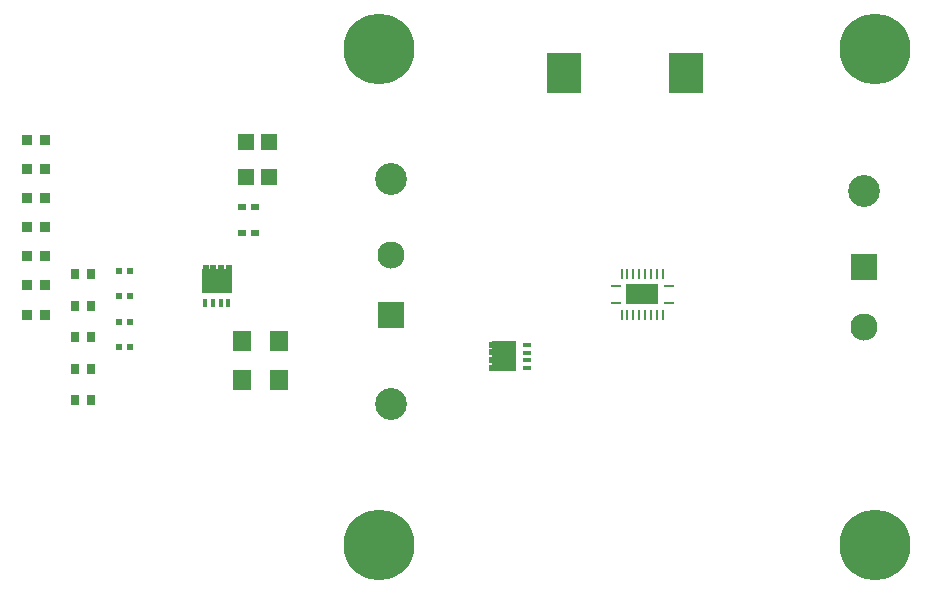
<source format=gbr>
%TF.GenerationSoftware,KiCad,Pcbnew,9.0.1*%
%TF.CreationDate,2025-05-12T16:56:18-05:00*%
%TF.ProjectId,Project-Star,50726f6a-6563-4742-9d53-7461722e6b69,rev?*%
%TF.SameCoordinates,Original*%
%TF.FileFunction,Copper,L1,Top*%
%TF.FilePolarity,Positive*%
%FSLAX46Y46*%
G04 Gerber Fmt 4.6, Leading zero omitted, Abs format (unit mm)*
G04 Created by KiCad (PCBNEW 9.0.1) date 2025-05-12 16:56:18*
%MOMM*%
%LPD*%
G01*
G04 APERTURE LIST*
%TA.AperFunction,ComponentPad*%
%ADD10C,6.000000*%
%TD*%
%TA.AperFunction,ComponentPad*%
%ADD11C,2.700000*%
%TD*%
%TA.AperFunction,ComponentPad*%
%ADD12R,2.300000X2.300000*%
%TD*%
%TA.AperFunction,ComponentPad*%
%ADD13C,2.300000*%
%TD*%
%TA.AperFunction,SMDPad,CuDef*%
%ADD14R,2.700000X1.700000*%
%TD*%
%TA.AperFunction,SMDPad,CuDef*%
%ADD15R,0.850000X0.280000*%
%TD*%
%TA.AperFunction,SMDPad,CuDef*%
%ADD16R,0.280000X0.850000*%
%TD*%
%TA.AperFunction,SMDPad,CuDef*%
%ADD17R,0.570000X0.540000*%
%TD*%
%TA.AperFunction,SMDPad,CuDef*%
%ADD18R,0.810000X0.860000*%
%TD*%
%TA.AperFunction,SMDPad,CuDef*%
%ADD19R,0.450000X0.680000*%
%TD*%
%TA.AperFunction,SMDPad,CuDef*%
%ADD20R,0.500000X0.600000*%
%TD*%
%TA.AperFunction,SMDPad,CuDef*%
%ADD21R,2.650000X2.000000*%
%TD*%
%TA.AperFunction,SMDPad,CuDef*%
%ADD22R,0.680000X0.450000*%
%TD*%
%TA.AperFunction,SMDPad,CuDef*%
%ADD23R,0.600000X0.500000*%
%TD*%
%TA.AperFunction,SMDPad,CuDef*%
%ADD24R,2.000000X2.650000*%
%TD*%
%TA.AperFunction,SMDPad,CuDef*%
%ADD25R,2.920000X3.500000*%
%TD*%
%TA.AperFunction,SMDPad,CuDef*%
%ADD26R,0.790000X0.540000*%
%TD*%
%TA.AperFunction,SMDPad,CuDef*%
%ADD27R,0.800000X0.900000*%
%TD*%
%TA.AperFunction,SMDPad,CuDef*%
%ADD28R,1.410000X1.350000*%
%TD*%
%TA.AperFunction,SMDPad,CuDef*%
%ADD29R,1.490000X1.730000*%
%TD*%
G04 APERTURE END LIST*
D10*
%TO.P,H4,1*%
%TO.N,GND*%
X97500000Y-87000000D03*
%TD*%
%TO.P,H3,1*%
%TO.N,GND*%
X139500000Y-87000000D03*
%TD*%
%TO.P,H1,1*%
%TO.N,GND*%
X97500000Y-45000000D03*
%TD*%
%TO.P,H2,1*%
%TO.N,GND*%
X139500000Y-45000000D03*
%TD*%
D11*
%TO.P,U6,1,1*%
%TO.N,GND*%
X98500000Y-56000000D03*
%TD*%
%TO.P,U5,1,1*%
%TO.N,/20V_Power_Line/Vin*%
X98500000Y-75000000D03*
%TD*%
%TO.P,U4,1,1*%
%TO.N,/20V_Power_Line/Vout*%
X138500000Y-57000000D03*
%TD*%
D12*
%TO.P,CN2,1,1*%
%TO.N,/20V_Power_Line/Vout*%
X138500000Y-63420000D03*
D13*
%TO.P,CN2,2,2*%
%TO.N,GND*%
X138500000Y-68500000D03*
%TD*%
D12*
%TO.P,CN1,1,1*%
%TO.N,/20V_Power_Line/Vin*%
X98500000Y-67500000D03*
D13*
%TO.P,CN1,2,2*%
%TO.N,GND*%
X98500000Y-62420000D03*
%TD*%
D14*
%TO.P,U3,21,EP*%
%TO.N,GND*%
X119750000Y-65750000D03*
D15*
%TO.P,U3,20,VIN*%
%TO.N,Net-(U3-VIN)*%
X117500000Y-65000000D03*
D16*
%TO.P,U3,19,SW*%
%TO.N,Net-(U3-SW)*%
X118000000Y-64000000D03*
%TO.P,U3,18,HO*%
%TO.N,Net-(Q1-G)*%
X118500000Y-64000000D03*
%TO.P,U3,17,BST*%
%TO.N,Net-(U3-BST)*%
X119000000Y-64000000D03*
%TO.P,U3,16,NC*%
%TO.N,unconnected-(U3-NC-Pad16)*%
X119500000Y-64000000D03*
%TO.P,U3,15,EP*%
%TO.N,GND*%
X120000000Y-64000000D03*
%TO.P,U3,14,VCC*%
%TO.N,Net-(U3-VCC)*%
X120500000Y-64000000D03*
%TO.P,U3,13,LO*%
%TO.N,Net-(Q2-G)*%
X121000000Y-64000000D03*
%TO.P,U3,12,PGND*%
%TO.N,GND*%
X121500000Y-64000000D03*
D15*
%TO.P,U3,11,ILIM*%
%TO.N,Net-(U3-ILIM)*%
X122000000Y-65000000D03*
%TO.P,U3,10,PGOOD*%
%TO.N,Net-(U3-PGOOD)*%
X122000000Y-66500000D03*
D16*
%TO.P,U3,9,NC*%
%TO.N,unconnected-(U3-NC-Pad9)*%
X121500000Y-67500000D03*
%TO.P,U3,8,SYNCIN*%
%TO.N,Net-(U3-SYNCIN)*%
X121000000Y-67500000D03*
%TO.P,U3,7,SYNCOUT*%
%TO.N,unconnected-(U3-SYNCOUT-Pad7)*%
X120500000Y-67500000D03*
%TO.P,U3,6,AGND*%
%TO.N,GND*%
X120000000Y-67500000D03*
%TO.P,U3,5,FB*%
%TO.N,Net-(U3-FB)*%
X119500000Y-67500000D03*
%TO.P,U3,4,COMP*%
%TO.N,Net-(U3-COMP)*%
X119000000Y-67500000D03*
%TO.P,U3,3,SS/TRK*%
%TO.N,Net-(U3-SS{slash}TRK)*%
X118500000Y-67500000D03*
%TO.P,U3,2,RT*%
%TO.N,Net-(U3-RT)*%
X118000000Y-67500000D03*
D15*
%TO.P,U3,1,EN/UVLO*%
%TO.N,Net-(U3-EN{slash}UVLO)*%
X117500000Y-66500000D03*
%TD*%
D17*
%TO.P,R31,2,2*%
%TO.N,Net-(U3-FB)*%
X76355000Y-70225000D03*
%TO.P,R31,1,1*%
%TO.N,Net-(C44-Pad2)*%
X75495000Y-70225000D03*
%TD*%
%TO.P,R30,2,2*%
%TO.N,Net-(C41-Pad1)*%
X76355000Y-68075000D03*
%TO.P,R30,1,1*%
%TO.N,/20V_Power_Line/Vout*%
X75495000Y-68075000D03*
%TD*%
%TO.P,R29,2,2*%
%TO.N,GND*%
X76355000Y-65925000D03*
%TO.P,R29,1,1*%
%TO.N,Net-(U3-FB)*%
X75495000Y-65925000D03*
%TD*%
D18*
%TO.P,R28,2,2*%
%TO.N,Net-(U3-FB)*%
X69165000Y-67455000D03*
%TO.P,R28,1,1*%
%TO.N,/20V_Power_Line/Vout*%
X67665000Y-67455000D03*
%TD*%
%TO.P,R27,2,2*%
%TO.N,GND*%
X69165000Y-64985000D03*
%TO.P,R27,1,1*%
%TO.N,Net-(U3-RT)*%
X67665000Y-64985000D03*
%TD*%
%TO.P,R26,2,2*%
%TO.N,Net-(U3-VIN)*%
X69165000Y-62515000D03*
%TO.P,R26,1,1*%
%TO.N,/20V_Power_Line/Vin*%
X67665000Y-62515000D03*
%TD*%
%TO.P,R25,2,2*%
%TO.N,Net-(U3-PGOOD)*%
X69165000Y-60045000D03*
%TO.P,R25,1,1*%
%TO.N,Net-(U3-VCC)*%
X67665000Y-60045000D03*
%TD*%
%TO.P,R24,2,2*%
%TO.N,Net-(U3-SYNCIN)*%
X69165000Y-57575000D03*
%TO.P,R24,1,1*%
%TO.N,Net-(U3-VCC)*%
X67665000Y-57575000D03*
%TD*%
%TO.P,R23,2,2*%
%TO.N,Net-(U3-SW)*%
X69165000Y-55105000D03*
%TO.P,R23,1,1*%
%TO.N,Net-(U3-ILIM)*%
X67665000Y-55105000D03*
%TD*%
%TO.P,R22,2,2*%
%TO.N,GND*%
X69165000Y-52635000D03*
%TO.P,R22,1,1*%
%TO.N,Net-(U3-EN{slash}UVLO)*%
X67665000Y-52635000D03*
%TD*%
D17*
%TO.P,R21,2,2*%
%TO.N,Net-(U3-EN{slash}UVLO)*%
X76355000Y-63775000D03*
%TO.P,R21,1,1*%
%TO.N,/20V_Power_Line/Vin*%
X75495000Y-63775000D03*
%TD*%
D19*
%TO.P,Q2,1,S*%
%TO.N,GND*%
X82750000Y-66500000D03*
%TO.P,Q2,2,S*%
X83400000Y-66500000D03*
%TO.P,Q2,3,S*%
X84050000Y-66500000D03*
%TO.P,Q2,4,G*%
%TO.N,Net-(Q2-G)*%
X84700000Y-66500000D03*
D20*
%TO.P,Q2,8,D*%
%TO.N,Net-(U3-SW)*%
X82780000Y-63500000D03*
%TO.P,Q2,7,D*%
X83430000Y-63500000D03*
%TO.P,Q2,6,D*%
X84080000Y-63500000D03*
%TO.P,Q2,5,D*%
X84730000Y-63500000D03*
D21*
%TO.P,Q2,9,D*%
X83750000Y-64590000D03*
%TD*%
D22*
%TO.P,Q1,1,S*%
%TO.N,Net-(U3-SW)*%
X110000000Y-71990000D03*
%TO.P,Q1,2,S*%
X110000000Y-71340000D03*
%TO.P,Q1,3,S*%
X110000000Y-70690000D03*
%TO.P,Q1,4,G*%
%TO.N,Net-(Q1-G)*%
X110000000Y-70040000D03*
D23*
%TO.P,Q1,8,D*%
%TO.N,/20V_Power_Line/Vin*%
X107000000Y-71960000D03*
%TO.P,Q1,7,D*%
X107000000Y-71310000D03*
%TO.P,Q1,6,D*%
X107000000Y-70660000D03*
%TO.P,Q1,5,D*%
X107000000Y-70010000D03*
D24*
%TO.P,Q1,9,D*%
X108090000Y-70990000D03*
%TD*%
D25*
%TO.P,L1,1,1*%
%TO.N,Net-(U3-SW)*%
X113140000Y-47000000D03*
%TO.P,L1,2,2*%
%TO.N,/20V_Power_Line/Vout*%
X123500000Y-47000000D03*
%TD*%
D26*
%TO.P,C45,2,2*%
%TO.N,Net-(U3-FB)*%
X86955000Y-60525000D03*
%TO.P,C45,1,1*%
%TO.N,Net-(U3-COMP)*%
X85855000Y-60525000D03*
%TD*%
D27*
%TO.P,C44,2,2*%
%TO.N,Net-(C44-Pad2)*%
X73095000Y-74715000D03*
%TO.P,C44,1,1*%
%TO.N,Net-(U3-COMP)*%
X71695000Y-74715000D03*
%TD*%
D28*
%TO.P,C43,2,2*%
%TO.N,GND*%
X88195000Y-55825000D03*
%TO.P,C43,1,1*%
%TO.N,/20V_Power_Line/Vout*%
X86195000Y-55825000D03*
%TD*%
%TO.P,C42,2,2*%
%TO.N,GND*%
X88195000Y-52875000D03*
%TO.P,C42,1,1*%
%TO.N,/20V_Power_Line/Vout*%
X86195000Y-52875000D03*
%TD*%
D27*
%TO.P,C41,2,2*%
%TO.N,Net-(U3-FB)*%
X73095000Y-72045000D03*
%TO.P,C41,1,1*%
%TO.N,Net-(C41-Pad1)*%
X71695000Y-72045000D03*
%TD*%
D26*
%TO.P,C40,2,2*%
%TO.N,GND*%
X86955000Y-58375000D03*
%TO.P,C40,1,1*%
%TO.N,Net-(U3-ILIM)*%
X85855000Y-58375000D03*
%TD*%
D27*
%TO.P,C39,2,2*%
%TO.N,Net-(U3-BST)*%
X73095000Y-69375000D03*
%TO.P,C39,1,1*%
%TO.N,Net-(U3-SW)*%
X71695000Y-69375000D03*
%TD*%
D29*
%TO.P,C38,2,2*%
%TO.N,GND*%
X89015000Y-73035000D03*
%TO.P,C38,1,1*%
%TO.N,/20V_Power_Line/Vin*%
X85835000Y-73035000D03*
%TD*%
D27*
%TO.P,C37,2,2*%
%TO.N,GND*%
X73095000Y-66705000D03*
%TO.P,C37,1,1*%
%TO.N,Net-(U3-VIN)*%
X71695000Y-66705000D03*
%TD*%
D29*
%TO.P,C36,2,2*%
%TO.N,GND*%
X89015000Y-69705000D03*
%TO.P,C36,1,1*%
%TO.N,Net-(U3-VCC)*%
X85835000Y-69705000D03*
%TD*%
D27*
%TO.P,C35,2,2*%
%TO.N,GND*%
X73095000Y-64035000D03*
%TO.P,C35,1,1*%
%TO.N,Net-(U3-SS{slash}TRK)*%
X71695000Y-64035000D03*
%TD*%
M02*

</source>
